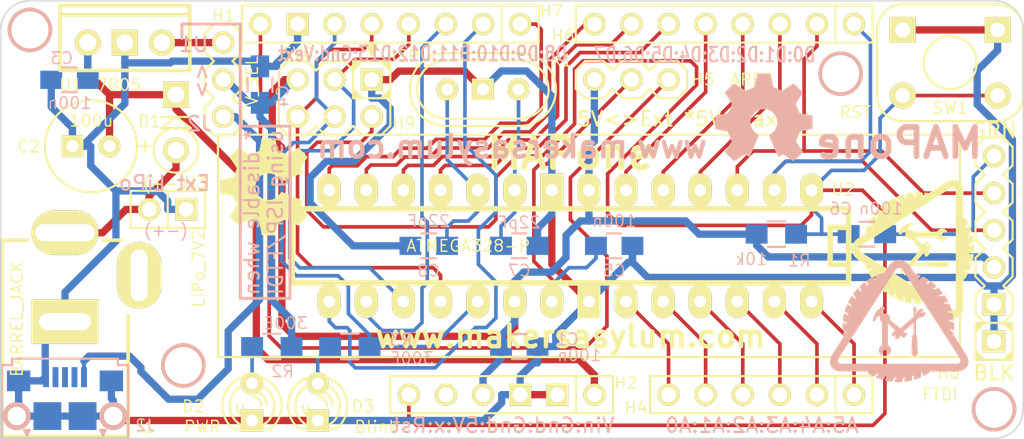
<source format=kicad_pcb>
(kicad_pcb (version 20171130) (host pcbnew "(5.1.12)-1")
  (title_block (title "MAPone - Bare Bones Arduino") (rev v1) (company "Maker's Asylum : www.github.com/MakersAsylumIndia"))
  (layers (0 F.Cu signal) (31 B.Cu signal) (34 B.Paste user hide) (35 F.Paste user hide) (36 B.SilkS user hide) (37 F.SilkS user hide) (38 B.Mask user hide) (39 F.Mask user hide) (44 Edge.Cuts user))
  (net 0 "")
  (net 1 /5V)
  (net 2 GND)
  (net 3 /V_IN)
  (net 4 /RST)
  (net 5 "Net-(C6-Pad2)")
  (net 6 "Net-(D1-Pad1)")
  (net 7 "Net-(D2-Pad1)")
  (net 8 "Net-(D3-Pad1)")
  (net 9 /V_REG)
  (net 10 /V_USB)
  (net 11 /AD0)
  (net 12 /AD1)
  (net 13 /AD2)
  (net 14 /AD3)
  (net 15 /AD4_SDA)
  (net 16 /AD5_SCL)
  (net 17 /AREF)
  (net 18 /RXD)
  (net 19 /TXD)
  (net 20 /PD2)
  (net 21 /PD3_P)
  (net 22 /PD4)
  (net 23 /PD5_P)
  (net 24 /PD6_P)
  (net 25 /PD7)
  (net 26 /PB0)
  (net 27 /PB1_P)
  (net 28 /SS_P)
  (net 29 /MOSI_P)
  (net 30 /MISO)
  (net 31 /SCK)
  (net 32 "Net-(C7-Pad1)")
  (net 33 "Net-(C8-Pad1)")
  (net 34 /Vext)
  (module MAPone.pretty:LM78XXV (layer F.Cu) (at 38.5 32.87 90)
    (fp_text reference U1 (at -2.9 -3.7 180) (layer F.SilkS) (effects (font (size 0.8 0.8) (thickness 0.1))))
    (fp_text value 7805 (at -2.9 -0.4 180) (layer F.SilkS) (effects (font (size 0.8 0.8) (thickness 0.1))))
    (pad VI thru_hole circle (at 0 -2.54 90) (size 1.778 1.778) (drill 1.143) (layers *.Cu *.Mask F.SilkS) (net 3 /V_IN))
    (pad GND thru_hole rect (at 0 0 90) (size 1.778 1.778) (drill 1.143) (layers *.Cu *.Mask F.SilkS) (net 2 GND))
    (pad VO thru_hole circle (at 0 2.54 90) (size 1.778 1.778) (drill 1.143) (layers *.Cu *.Mask F.SilkS) (net 9 /V_REG))
  )
  (module MAPone.pretty:SW-PB (layer F.Cu) (at 95 34.25 270)
    (fp_text reference SW1 (at 3.1 0) (layer F.SilkS) (effects (font (size 0.8 0.8) (thickness 0.1))))
    (fp_text value RST (at 3.4 6.5) (layer F.SilkS) (effects (font (size 0.8 0.8) (thickness 0.1))))
    (pad 1 thru_hole rect (at -2.25 -3.25 270) (size 1.778 1.778) (drill 1.016) (layers *.Cu *.Mask F.SilkS) (net 2 GND))
    (pad 2 thru_hole circle (at 2.25 3.25 270) (size 1.778 1.778) (drill 1.016) (layers *.Cu *.Mask F.SilkS) (net 4 /RST))
    (pad 2 thru_hole circle (at 2.25 -3.25 270) (size 1.778 1.778) (drill 1.016) (layers *.Cu *.Mask F.SilkS) (net 4 /RST))
    (pad 1 thru_hole rect (at -2.25 3.25 270) (size 1.778 1.778) (drill 1.016) (layers *.Cu *.Mask F.SilkS) (net 2 GND))
  )
  (module MAPone.pretty:R_0805_HandSoldering (layer B.Cu) (at 53.9 53.7 180)
    (fp_text reference R3 (at -3.5 0.45 180) (layer B.SilkS) (effects (font (size 0.8 0.8) (thickness 0.1)) (justify mirror)))
    (fp_text value 300E (at -4.25 -0.8 180) (layer B.SilkS) (effects (font (size 0.8 0.8) (thickness 0.1)) (justify mirror)))
    (pad 1 smd rect (at -1.35 0 180) (size 1.5 1.3) (layers B.Cu B.Paste B.Mask) (net 31 /SCK))
    (pad 2 smd rect (at 1.35 0 180) (size 1.5 1.3) (layers B.Cu B.Paste B.Mask) (net 8 "Net-(D3-Pad1)"))
  )
  (module MAPone.pretty:R_0805_HandSoldering (layer B.Cu) (at 48.56 53.7)
    (fp_text reference R2 (at 0.74 1.7) (layer B.SilkS) (effects (font (size 0.8 0.8) (thickness 0.1)) (justify mirror)))
    (fp_text value 300E (at 0.94 -1.6) (layer B.SilkS) (effects (font (size 0.8 0.8) (thickness 0.1)) (justify mirror)))
    (pad 1 smd rect (at -1.35 0) (size 1.5 1.3) (layers B.Cu B.Paste B.Mask) (net 7 "Net-(D2-Pad1)"))
    (pad 2 smd rect (at 1.35 0) (size 1.5 1.3) (layers B.Cu B.Paste B.Mask) (net 1 /5V))
  )
  (module MAPone.pretty:R_0805_HandSoldering (layer B.Cu) (at 83.1 46)
    (fp_text reference R1 (at 1.5698 1.8126) (layer B.SilkS) (effects (font (size 0.8 0.8) (thickness 0.1)) (justify mirror)))
    (fp_text value 10k (at -1.7068 1.711) (layer B.SilkS) (effects (font (size 0.8 0.8) (thickness 0.1)) (justify mirror)))
    (pad 1 smd rect (at -1.35 0) (size 1.5 1.3) (layers B.Cu B.Paste B.Mask) (net 1 /5V))
    (pad 2 smd rect (at 1.35 0) (size 1.5 1.3) (layers B.Cu B.Paste B.Mask) (net 4 /RST))
  )
  (module MAPone.pretty:vite_3mm (layer F.Cu) (at 98 58)
    (fp_text reference P4 hide)
    (fp_text value CONN_1 hide)
    (pad 1 thru_hole circle (at 0 0) (size 3.048 3.048) (drill 2.54) (layers *.Cu *.SilkS *.Mask))
  )
  (module MAPone.pretty:vite_3mm (layer F.Cu) (at 42.5 55)
    (fp_text reference P3 hide)
    (fp_text value CONN_1 hide)
    (pad 1 thru_hole circle (at 0 0) (size 3.048 3.048) (drill 2.54) (layers *.Cu *.SilkS *.Mask))
  )
  (module MAPone.pretty:JACK_ALIM (layer F.Cu) (at 34.4 52 90)
    (fp_text reference J1 (at -7.2 5.5) (layer F.SilkS) (effects (font (size 0.8 0.8) (thickness 0.1))))
    (fp_text value BARREL_JACK (at 0.2 -3.3 270) (layer F.SilkS) (effects (font (size 0.8 0.8) (thickness 0.1))))
    (pad 2 thru_hole rect (at 0 0 90) (size 3.048 4.572) (drill oval 1.1684 3.556) (layers *.Cu *.Mask F.SilkS) (net 2 GND))
    (pad 1 thru_hole oval (at 6.096 0 90) (size 3.048 4.572) (drill oval 1.1684 4.064) (layers *.Cu *.Mask F.SilkS) (net 6 "Net-(D1-Pad1)"))
    (pad 3 thru_hole oval (at 3.175 5.08 90) (size 4.572 3.048) (drill oval 3.556 1.1684) (layers *.Cu *.Mask F.SilkS))
  )
  (module MAPone.pretty:Header_ICSP (layer F.Cu) (at 52.86 36.68)
    (fp_text reference H9 (at 4.74 1.72 180) (layer F.SilkS) (effects (font (size 0.8 0.8) (thickness 0.1))))
    (fp_text value ISP (at 4.84 -2.88 180) (layer F.SilkS) (effects (font (size 0.8 0.8) (thickness 0.1))))
    (fp_text user 5V0 (at -2.53 -3.05) (layer F.SilkS) (effects (font (size 0.8 0.8) (thickness 0.1))))
    (pad 1 thru_hole circle (at -2.54 1.27) (size 1.524 1.524) (drill 1.016) (layers *.Cu *.Mask F.SilkS) (net 30 /MISO))
    (pad 2 thru_hole circle (at -2.54 -1.27) (size 1.524 1.524) (drill 1.016) (layers *.Cu *.Mask F.SilkS) (net 1 /5V))
    (pad 3 thru_hole circle (at 0 1.27) (size 1.524 1.524) (drill 1.016) (layers *.Cu *.Mask F.SilkS) (net 31 /SCK))
    (pad 4 thru_hole circle (at 0 -1.27) (size 1.524 1.524) (drill 1.016) (layers *.Cu *.Mask F.SilkS) (net 29 /MOSI_P))
    (pad 5 thru_hole circle (at 2.54 1.27) (size 1.524 1.524) (drill 1.016) (layers *.Cu *.Mask F.SilkS) (net 4 /RST))
    (pad 6 thru_hole rect (at 2.54 -1.27) (size 1.524 1.524) (drill 1.016) (layers *.Cu *.Mask F.SilkS) (net 2 GND))
  )
  (module MAPone.pretty:Socket_Strip_Straight_1x08 (layer F.Cu) (at 56.67 31.6)
    (fp_text reference H7 (at 11.03 -0.9) (layer F.SilkS) (effects (font (size 0.8 0.8) (thickness 0.1))))
    (fp_text value IO_H hide)
    (pad 1 thru_hole circle (at 8.89 0) (size 1.524 1.524) (drill 1.016) (layers *.Cu *.Mask F.SilkS) (net 26 /PB0))
    (pad 2 thru_hole circle (at 6.35 0) (size 1.524 1.524) (drill 1.016) (layers *.Cu *.Mask F.SilkS) (net 27 /PB1_P))
    (pad 3 thru_hole circle (at 3.81 0) (size 1.524 1.524) (drill 1.016) (layers *.Cu *.Mask F.SilkS) (net 28 /SS_P))
    (pad 4 thru_hole circle (at 1.27 0) (size 1.524 1.524) (drill 1.016) (layers *.Cu *.Mask F.SilkS) (net 29 /MOSI_P))
    (pad 5 thru_hole circle (at -1.27 0) (size 1.524 1.524) (drill 1.016) (layers *.Cu *.Mask F.SilkS) (net 30 /MISO))
    (pad 6 thru_hole circle (at -3.81 0) (size 1.524 1.524) (drill 1.016) (layers *.Cu *.Mask F.SilkS) (net 31 /SCK))
    (pad 7 thru_hole rect (at -6.35 0) (size 1.524 1.524) (drill 1.016) (layers *.Cu *.Mask F.SilkS) (net 2 GND))
    (pad 8 thru_hole circle (at -8.89 0) (size 1.524 1.524) (drill 1.016) (layers *.Cu *.Mask F.SilkS) (net 34 /Vext))
  )
  (module MAPone.pretty:Socket_Strip_Straight_1x08 (layer F.Cu) (at 79.53 31.6)
    (fp_text reference H6 (at -11.03 0.8) (layer F.SilkS) (effects (font (size 0.8 0.8) (thickness 0.1))))
    (fp_text value IO_L hide)
    (pad 1 thru_hole circle (at 8.89 0) (size 1.524 1.524) (drill 1.016) (layers *.Cu *.Mask F.SilkS) (net 18 /RXD))
    (pad 2 thru_hole circle (at 6.35 0) (size 1.524 1.524) (drill 1.016) (layers *.Cu *.Mask F.SilkS) (net 19 /TXD))
    (pad 3 thru_hole circle (at 3.81 0) (size 1.524 1.524) (drill 1.016) (layers *.Cu *.Mask F.SilkS) (net 20 /PD2))
    (pad 4 thru_hole circle (at 1.27 0) (size 1.524 1.524) (drill 1.016) (layers *.Cu *.Mask F.SilkS) (net 21 /PD3_P))
    (pad 5 thru_hole circle (at -1.27 0) (size 1.524 1.524) (drill 1.016) (layers *.Cu *.Mask F.SilkS) (net 22 /PD4))
    (pad 6 thru_hole circle (at -3.81 0) (size 1.524 1.524) (drill 1.016) (layers *.Cu *.Mask F.SilkS) (net 23 /PD5_P))
    (pad 7 thru_hole circle (at -6.35 0) (size 1.524 1.524) (drill 1.016) (layers *.Cu *.Mask F.SilkS) (net 24 /PD6_P))
    (pad 8 thru_hole circle (at -8.89 0) (size 1.524 1.524) (drill 1.016) (layers *.Cu *.Mask F.SilkS) (net 25 /PD7))
  )
  (module MAPone.pretty:Socket_Strip_Straight_1x06 (layer F.Cu) (at 82.07 57)
    (fp_text reference H4 (at -8.57 0.9) (layer F.SilkS) (effects (font (size 0.8 0.8) (thickness 0.1))))
    (fp_text value ANALOG hide)
    (pad 1 thru_hole circle (at 6.35 0) (size 1.524 1.524) (drill 1.016) (layers *.Cu *.Mask F.SilkS) (net 16 /AD5_SCL))
    (pad 2 thru_hole circle (at 3.81 0) (size 1.524 1.524) (drill 1.016) (layers *.Cu *.Mask F.SilkS) (net 15 /AD4_SDA))
    (pad 3 thru_hole circle (at 1.27 0) (size 1.524 1.524) (drill 1.016) (layers *.Cu *.Mask F.SilkS) (net 14 /AD3))
    (pad 4 thru_hole circle (at -1.27 0) (size 1.524 1.524) (drill 1.016) (layers *.Cu *.Mask F.SilkS) (net 13 /AD2))
    (pad 5 thru_hole circle (at -3.81 0) (size 1.524 1.524) (drill 1.016) (layers *.Cu *.Mask F.SilkS) (net 12 /AD1))
    (pad 6 thru_hole circle (at -6.35 0) (size 1.524 1.524) (drill 1.016) (layers *.Cu *.Mask F.SilkS) (net 11 /AD0))
  )
  (module MAPone.pretty:Socket_Strip_Straight_1x06 (layer F.Cu) (at 64.29 57)
    (fp_text reference H2 (at 8.51 -0.8) (layer F.SilkS) (effects (font (size 0.8 0.8) (thickness 0.1))))
    (fp_text value Power hide)
    (pad 1 thru_hole circle (at 6.35 0) (size 1.524 1.524) (drill 1.016) (layers *.Cu *.Mask F.SilkS) (net 3 /V_IN))
    (pad 2 thru_hole rect (at 3.81 0) (size 1.524 1.524) (drill 1.016) (layers *.Cu *.Mask F.SilkS) (net 2 GND))
    (pad 3 thru_hole rect (at 1.27 0) (size 1.524 1.524) (drill 1.016) (layers *.Cu *.Mask F.SilkS) (net 2 GND))
    (pad 4 thru_hole circle (at -1.27 0) (size 1.524 1.524) (drill 1.016) (layers *.Cu *.Mask F.SilkS) (net 1 /5V))
    (pad 5 thru_hole circle (at -3.81 0) (size 1.524 1.524) (drill 1.016) (layers *.Cu *.Mask F.SilkS))
    (pad 6 thru_hole circle (at -6.35 0) (size 1.524 1.524) (drill 1.016) (layers *.Cu *.Mask F.SilkS) (net 4 /RST))
  )
  (module MAPone.pretty:Header_3 (layer F.Cu) (at 45.23 35.41 270)
    (fp_text reference H1 (at -4.39 -0.02 180) (layer F.SilkS) (effects (font (size 0.8 0.8) (thickness 0.1))))
    (fp_text value V_SEL (at 0.09 -1.97 90) (layer F.SilkS) (effects (font (size 0.8 0.8) (thickness 0.1))))
    (pad 1 thru_hole circle (at -2.54 0 270) (size 1.524 1.524) (drill 1.016) (layers *.Cu *.Mask F.SilkS) (net 9 /V_REG))
    (pad 2 thru_hole circle (at 0 0 270) (size 1.524 1.524) (drill 1.016) (layers *.Cu *.Mask F.SilkS) (net 1 /5V))
    (pad 3 thru_hole circle (at 2.54 0 270) (size 1.524 1.524) (drill 1.016) (layers *.Cu *.Mask F.SilkS) (net 10 /V_USB))
  )
  (module MAPone.pretty:LED-3MM (layer F.Cu) (at 51.7 57.5 270)
    (fp_text reference D3 (at 0.3 -3.1) (layer F.SilkS) (effects (font (size 0.8 0.8) (thickness 0.1))))
    (fp_text value Blink (at 1.7 -4) (layer F.SilkS) (effects (font (size 0.8 0.8) (thickness 0.1))))
    (pad 1 thru_hole circle (at -1.27 0 270) (size 1.524 1.524) (drill 0.8128) (layers *.Cu *.Mask F.SilkS) (net 8 "Net-(D3-Pad1)"))
    (pad 2 thru_hole rect (at 1.27 0 270) (size 1.524 1.524) (drill 0.8128) (layers *.Cu *.Mask F.SilkS) (net 2 GND))
  )
  (module MAPone.pretty:LED-3MM (layer F.Cu) (at 47.2 57.5 270)
    (fp_text reference D2 (at 0.3 4) (layer F.SilkS) (effects (font (size 0.8 0.8) (thickness 0.1))))
    (fp_text value PWR (at 1.7 3.4) (layer F.SilkS) (effects (font (size 0.8 0.8) (thickness 0.1))))
    (pad 1 thru_hole circle (at -1.27 0 270) (size 1.524 1.524) (drill 0.8128) (layers *.Cu *.Mask F.SilkS) (net 7 "Net-(D2-Pad1)"))
    (pad 2 thru_hole rect (at 1.27 0 270) (size 1.524 1.524) (drill 0.8128) (layers *.Cu *.Mask F.SilkS) (net 2 GND))
  )
  (module MAPone.pretty:C_0805_HandSoldering (layer B.Cu) (at 59.3 46.8 180)
    (fp_text reference C8 (at 0 -1.7 180) (layer B.SilkS) (effects (font (size 0.8 0.8) (thickness 0.1)) (justify mirror)))
    (fp_text value 22pF (at 0 1.7 180) (layer B.SilkS) (effects (font (size 0.8 0.8) (thickness 0.1)) (justify mirror)))
    (pad 1 smd rect (at -1.25 0 180) (size 1.5 1.25) (layers B.Cu B.Paste B.Mask) (net 33 "Net-(C8-Pad1)"))
    (pad 2 smd rect (at 1.25 0 180) (size 1.5 1.25) (layers B.Cu B.Paste B.Mask) (net 2 GND))
  )
  (module MAPone.pretty:C_0805_HandSoldering (layer B.Cu) (at 65.5 46.8)
    (fp_text reference C7 (at 0 1.7) (layer B.SilkS) (effects (font (size 0.8 0.8) (thickness 0.1)) (justify mirror)))
    (fp_text value 22pF (at 0 -1.6) (layer B.SilkS) (effects (font (size 0.8 0.8) (thickness 0.1)) (justify mirror)))
    (pad 1 smd rect (at -1.25 0) (size 1.5 1.25) (layers B.Cu B.Paste B.Mask) (net 32 "Net-(C7-Pad1)"))
    (pad 2 smd rect (at 1.25 0) (size 1.5 1.25) (layers B.Cu B.Paste B.Mask) (net 2 GND))
  )
  (module MAPone.pretty:C_0805_HandSoldering (layer B.Cu) (at 89.3 46)
    (fp_text reference C6 (at -1.8 -1.75) (layer B.SilkS) (effects (font (size 0.8 0.8) (thickness 0.1)) (justify mirror)))
    (fp_text value 100n (at 0.95 -1.75) (layer B.SilkS) (effects (font (size 0.8 0.8) (thickness 0.1)) (justify mirror)))
    (pad 1 smd rect (at -1.25 0) (size 1.5 1.25) (layers B.Cu B.Paste B.Mask) (net 4 /RST))
    (pad 2 smd rect (at 1.25 0) (size 1.5 1.25) (layers B.Cu B.Paste B.Mask) (net 5 "Net-(C6-Pad2)"))
  )
  (module MAPone.pretty:C_0805_HandSoldering (layer B.Cu) (at 72 46.8)
    (fp_text reference C5 (at 0 1.7) (layer B.SilkS) (effects (font (size 0.8 0.8) (thickness 0.1)) (justify mirror)))
    (fp_text value 100n (at 0 -1.7) (layer B.SilkS) (effects (font (size 0.8 0.8) (thickness 0.1)) (justify mirror)))
    (pad 1 smd rect (at -1.25 0) (size 1.5 1.25) (layers B.Cu B.Paste B.Mask) (net 17 /AREF))
    (pad 2 smd rect (at 1.25 0) (size 1.5 1.25) (layers B.Cu B.Paste B.Mask) (net 2 GND))
  )
  (module MAPone.pretty:C_0805_HandSoldering (layer B.Cu) (at 47.75 35.75 90)
    (fp_text reference C4 (at -0.79 1.55 270) (layer B.SilkS) (effects (font (size 0.8 0.8) (thickness 0.1)) (justify mirror)))
    (fp_text value 100n hide)
    (pad 1 smd rect (at -1.25 0 90) (size 1.5 1.25) (layers B.Cu B.Paste B.Mask) (net 1 /5V))
    (pad 2 smd rect (at 1.25 0 90) (size 1.5 1.25) (layers B.Cu B.Paste B.Mask) (net 2 GND))
  )
  (module MAPone.pretty:C_0805_HandSoldering (layer B.Cu) (at 34.71 35.42)
    (fp_text reference C3 (at -0.53 -1.48 180) (layer B.SilkS) (effects (font (size 0.8 0.8) (thickness 0.1)) (justify mirror)))
    (fp_text value 100n (at 0 1.59 180) (layer B.SilkS) (effects (font (size 0.8 0.8) (thickness 0.1)) (justify mirror)))
    (pad 1 smd rect (at -1.25 0) (size 1.5 1.25) (layers B.Cu B.Paste B.Mask) (net 2 GND))
    (pad 2 smd rect (at 1.25 0) (size 1.5 1.25) (layers B.Cu B.Paste B.Mask) (net 3 /V_IN))
  )
  (module MAPone.pretty:C_0805_HandSoldering (layer B.Cu) (at 65.5 53.7)
    (fp_text reference C1 (at 3.3 -0.5) (layer B.SilkS) (effects (font (size 0.8 0.8) (thickness 0.1)) (justify mirror)))
    (fp_text value 100n (at 4.1 0.6) (layer B.SilkS) (effects (font (size 0.8 0.8) (thickness 0.1)) (justify mirror)))
    (pad 1 smd rect (at -1.25 0) (size 1.5 1.25) (layers B.Cu B.Paste B.Mask) (net 1 /5V))
    (pad 2 smd rect (at 1.25 0) (size 1.5 1.25) (layers B.Cu B.Paste B.Mask) (net 2 GND))
  )
  (module MAPone.pretty:DIP-28__300_ELL_ZIF (layer F.Cu) (at 69 46.8 180)
    (fp_text reference U2 (at -18.667 3.8642 180) (layer F.SilkS) (effects (font (size 0.8 0.8) (thickness 0.1))))
    (fp_text value ATMEGA328-P (at 6.985 0 180) (layer F.SilkS) (effects (font (size 0.8 0.8) (thickness 0.1))))
    (pad 2 thru_hole oval (at -13.97 3.81 180) (size 1.5748 2.286) (drill 0.8128) (layers *.Cu *.Mask F.SilkS) (net 18 /RXD))
    (pad 3 thru_hole oval (at -11.43 3.81 180) (size 1.5748 2.286) (drill 0.8128) (layers *.Cu *.Mask F.SilkS) (net 19 /TXD))
    (pad 4 thru_hole oval (at -8.89 3.81 180) (size 1.5748 2.286) (drill 0.8128) (layers *.Cu *.Mask F.SilkS) (net 20 /PD2))
    (pad 5 thru_hole oval (at -6.35 3.81 180) (size 1.5748 2.286) (drill 0.8128) (layers *.Cu *.Mask F.SilkS) (net 21 /PD3_P))
    (pad 6 thru_hole oval (at -3.81 3.81 180) (size 1.5748 2.286) (drill 0.8128) (layers *.Cu *.Mask F.SilkS) (net 22 /PD4))
    (pad 7 thru_hole oval (at -1.27 3.81 180) (size 1.5748 2.286) (drill 0.8128) (layers *.Cu *.Mask F.SilkS) (net 1 /5V))
    (pad 8 thru_hole rect (at 1.27 3.81 180) (size 1.5748 2.286) (drill 0.8128) (layers *.Cu *.Mask F.SilkS) (net 2 GND))
    (pad 9 thru_hole oval (at 3.81 3.81 180) (size 1.5748 2.286) (drill 0.8128) (layers *.Cu *.Mask F.SilkS) (net 32 "Net-(C7-Pad1)"))
    (pad 10 thru_hole oval (at 6.35 3.81 180) (size 1.5748 2.286) (drill 0.8128) (layers *.Cu *.Mask F.SilkS) (net 33 "Net-(C8-Pad1)"))
    (pad 11 thru_hole oval (at 8.89 3.81 180) (size 1.5748 2.286) (drill 0.8128) (layers *.Cu *.Mask F.SilkS) (net 23 /PD5_P))
    (pad 12 thru_hole oval (at 11.43 3.81 180) (size 1.5748 2.286) (drill 0.8128) (layers *.Cu *.Mask F.SilkS) (net 24 /PD6_P))
    (pad 13 thru_hole oval (at 13.97 3.81 180) (size 1.5748 2.286) (drill 0.8128) (layers *.Cu *.Mask F.SilkS) (net 25 /PD7))
    (pad 14 thru_hole oval (at 16.51 3.81 180) (size 1.5748 2.286) (drill 0.8128) (layers *.Cu *.Mask F.SilkS) (net 26 /PB0))
    (pad 1 thru_hole oval (at -16.51 3.81 180) (size 1.5748 2.286) (drill 0.8128) (layers *.Cu *.Mask F.SilkS) (net 4 /RST))
    (pad 15 thru_hole oval (at 16.51 -3.81 180) (size 1.5748 2.286) (drill 0.8128) (layers *.Cu *.Mask F.SilkS) (net 27 /PB1_P))
    (pad 16 thru_hole oval (at 13.97 -3.81 180) (size 1.5748 2.286) (drill 0.8128) (layers *.Cu *.Mask F.SilkS) (net 28 /SS_P))
    (pad 17 thru_hole oval (at 11.43 -3.81 180) (size 1.5748 2.286) (drill 0.8128) (layers *.Cu *.Mask F.SilkS) (net 29 /MOSI_P))
    (pad 18 thru_hole oval (at 8.89 -3.81 180) (size 1.5748 2.286) (drill 0.8128) (layers *.Cu *.Mask F.SilkS) (net 30 /MISO))
    (pad 19 thru_hole oval (at 6.35 -3.81 180) (size 1.5748 2.286) (drill 0.8128) (layers *.Cu *.Mask F.SilkS) (net 31 /SCK))
    (pad 20 thru_hole oval (at 3.81 -3.81 180) (size 1.5748 2.286) (drill 0.8128) (layers *.Cu *.Mask F.SilkS) (net 1 /5V))
    (pad 21 thru_hole oval (at 1.27 -3.81 180) (size 1.5748 2.286) (drill 0.8128) (layers *.Cu *.Mask F.SilkS) (net 17 /AREF))
    (pad 22 thru_hole rect (at -1.27 -3.81 180) (size 1.5748 2.286) (drill 0.8128) (layers *.Cu *.Mask F.SilkS) (net 2 GND))
    (pad 23 thru_hole oval (at -3.81 -3.81 180) (size 1.5748 2.286) (drill 0.8128) (layers *.Cu *.Mask F.SilkS) (net 11 /AD0))
    (pad 24 thru_hole oval (at -6.35 -3.81 180) (size 1.5748 2.286) (drill 0.8128) (layers *.Cu *.Mask F.SilkS) (net 12 /AD1))
    (pad 25 thru_hole oval (at -8.89 -3.81 180) (size 1.5748 2.286) (drill 0.8128) (layers *.Cu *.Mask F.SilkS) (net 13 /AD2))
    (pad 26 thru_hole oval (at -11.43 -3.81 180) (size 1.5748 2.286) (drill 0.8128) (layers *.Cu *.Mask F.SilkS) (net 14 /AD3))
    (pad 27 thru_hole oval (at -13.97 -3.81 180) (size 1.5748 2.286) (drill 0.8128) (layers *.Cu *.Mask F.SilkS) (net 15 /AD4_SDA))
    (pad 28 thru_hole oval (at -16.51 -3.81 180) (size 1.5748 2.286) (drill 0.8128) (layers *.Cu *.Mask F.SilkS) (net 16 /AD5_SCL))
  )
  (module MAPone.pretty:Header_FTDI (layer F.Cu) (at 98 47 90)
    (fp_text reference H8 (at -8.5 -3.1 180) (layer F.SilkS) (effects (font (size 0.8 0.8) (thickness 0.1))))
    (fp_text value FTDI (at -10 -3.7 180) (layer F.SilkS) (effects (font (size 0.8 0.8) (thickness 0.1))))
    (fp_text user GRN (at 8.1 0 180) (layer F.SilkS))
    (fp_text user BLK (at -8.5 0 180) (layer F.SilkS))
    (pad 1 thru_hole rect (at -6.35 0 90) (size 1.524 1.524) (drill 1.016) (layers *.Cu *.Mask F.SilkS) (net 2 GND))
    (pad 2 thru_hole rect (at -3.81 0 90) (size 1.524 1.524) (drill 1.016) (layers *.Cu *.Mask F.SilkS) (net 2 GND))
    (pad 3 thru_hole circle (at -1.27 0 90) (size 1.524 1.524) (drill 1.016) (layers *.Cu *.Mask F.SilkS) (net 1 /5V))
    (pad 4 thru_hole circle (at 1.27 0 90) (size 1.524 1.524) (drill 1.016) (layers *.Cu *.Mask F.SilkS) (net 18 /RXD))
    (pad 5 thru_hole circle (at 3.81 0 90) (size 1.524 1.524) (drill 1.016) (layers *.Cu *.Mask F.SilkS) (net 19 /TXD))
    (pad 6 thru_hole circle (at 6.35 0 90) (size 1.524 1.524) (drill 1.016) (layers *.Cu *.Mask F.SilkS) (net 5 "Net-(C6-Pad2)"))
  )
  (module MAPone.pretty:USB_B_Micro (layer B.Cu) (at 34.4 55.8 90)
    (fp_text reference J2 (at -3.3 5.5 180) (layer B.SilkS) (effects (font (size 0.8 0.8) (thickness 0.1)) (justify mirror)))
    (fp_text value USB-Micro hide)
    (pad 3 smd rect (at 0 0 90) (size 1.3716 0.4064) (layers B.Cu B.Paste B.Mask) (clearance 0.2032))
    (pad 4 smd rect (at 0 -0.65024 90) (size 1.3716 0.4064) (layers B.Cu B.Paste B.Mask) (clearance 0.2032))
    (pad 5 smd rect (at 0 -1.30048 90) (size 1.3716 0.4064) (layers B.Cu B.Paste B.Mask) (net 2 GND) (clearance 0.2032))
    (pad 2 smd rect (at 0 0.65024 90) (size 1.3716 0.4064) (layers B.Cu B.Paste B.Mask) (clearance 0.2032))
    (pad 1 smd rect (at 0 1.30048 90) (size 1.3716 0.4064) (layers B.Cu B.Paste B.Mask) (net 10 /V_USB) (clearance 0.2032))
    (pad T1 smd rect (at -0.254 3.175 90) (size 1.4224 1.6002) (layers B.Cu B.Paste B.Mask) (net 2 GND))
    (pad T2 smd rect (at -0.254 -3.175 90) (size 1.4224 1.6002) (layers B.Cu B.Paste B.Mask) (net 2 GND))
    (pad T3 smd rect (at -2.667 1.2065 90) (size 1.905 1.905) (layers B.Cu B.Paste B.Mask) (net 2 GND) (clearance 0.2032))
    (pad T4 smd rect (at -2.667 -1.2065 90) (size 1.905 1.905) (layers B.Cu B.Paste B.Mask) (net 2 GND) (clearance 0.2032))
    (pad T5 thru_hole circle (at -2.667 3.302 90) (size 1.905 1.905) (drill 1.27) (layers *.Cu *.Paste *.Mask B.SilkS) (net 2 GND) (clearance 0.2032))
    (pad T6 thru_hole circle (at -2.667 -3.302 90) (size 1.905 1.905) (drill 1.27) (layers *.Cu *.Paste *.Mask B.SilkS) (net 2 GND) (clearance 0.2032))
  )
  (module MAPone.pretty:Crystal_HC49-U_Vertical_3Pin (layer F.Cu) (at 63.01 36.08 180)
    (fp_text reference X1 (at -5.39 1.98 180) (layer F.SilkS) (effects (font (size 0.8 0.8) (thickness 0.1))))
    (fp_text value 16MHz hide)
    (pad 1 thru_hole circle (at -2.44094 0 180) (size 1.50114 1.50114) (drill 0.8128) (layers *.Cu *.Mask F.SilkS) (net 32 "Net-(C7-Pad1)"))
    (pad 2 thru_hole circle (at 2.44094 0 180) (size 1.50114 1.50114) (drill 0.8128) (layers *.Cu *.Mask F.SilkS) (net 33 "Net-(C8-Pad1)"))
    (pad 3 thru_hole rect (at 0 0 180) (size 1.50114 1.50114) (drill 0.8128) (layers *.Cu *.Mask F.SilkS) (net 2 GND))
  )
  (module MAPone.pretty:Diode_DO-41_SOD81_Vertical_KathodeUp (layer F.Cu) (at 42 38.25 90)
    (fp_text reference D1 (at -0.02 -1.82 180) (layer F.SilkS) (effects (font (size 0.8 0.8) (thickness 0.1))))
    (fp_text value 1N4007 hide)
    (pad 1 thru_hole circle (at -2 0 90) (size 1.778 1.778) (drill 1.143) (layers *.Cu *.Mask F.SilkS) (net 6 "Net-(D1-Pad1)"))
    (pad 2 thru_hole rect (at 1.81 0 90) (size 1.778 1.778) (drill 1.143) (layers *.Cu *.Mask F.SilkS) (net 3 /V_IN))
  )
  (module MAPone.pretty:vite_3mm (layer F.Cu) (at 32 32)
    (fp_text reference P1 hide)
    (fp_text value CONN_1 hide)
    (pad 1 thru_hole circle (at 0 0) (size 3.048 3.048) (drill 2.54) (layers *.Cu *.SilkS *.Mask))
  )
  (module MAPone.pretty:vite_3mm (layer F.Cu) (at 87.5 35)
    (fp_text reference P2 hide)
    (fp_text value CONN_1 hide)
    (pad 1 thru_hole circle (at 0 0) (size 3.048 3.048) (drill 2.54) (layers *.Cu *.SilkS *.Mask))
  )
  (module MAPone.pretty:Header_A_REF (layer F.Cu) (at 73.18 35.41)
    (fp_text reference H5 (at 4.9 0 180) (layer F.SilkS) (effects (font (size 0.8 0.8) (thickness 0.1))))
    (fp_text value AREF (at 8.2 0 180) (layer F.SilkS) (effects (font (size 0.8 0.8) (thickness 0.1))))
    (pad 1 thru_hole circle (at -2.54 0) (size 1.524 1.524) (drill 1.016) (layers *.Cu *.Mask F.SilkS) (net 1 /5V))
    (pad 2 thru_hole circle (at 0 0) (size 1.524 1.524) (drill 1.016) (layers *.Cu *.Mask F.SilkS) (net 17 /AREF))
    (pad 3 thru_hole circle (at 2.54 0) (size 1.524 1.524) (drill 1.016) (layers *.Cu *.Mask F.SilkS) (net 34 /Vext))
  )
  (module MAPone.pretty:MA_Logo2 (layer F.Cu) (at 92.5 47 90)
    (fp_text reference Z2 hide)
    (fp_text value CONN_1 hide)
  )
  (module MAPone.pretty:Elko_vert_11.2x6.3mm_RM2.5 (layer F.Cu) (at 37.45 39.97 180)
    (fp_text reference C2 (at 5.55 -0.03) (layer F.SilkS) (effects (font (size 0.8 0.8) (thickness 0.1))))
    (fp_text value 100u (at 1.25 1.75) (layer F.SilkS) (effects (font (size 0.8 0.8) (thickness 0.1))))
    (fp_text user + (at -2.45 0.07 180) (layer F.SilkS))
    (pad 2 thru_hole rect (at 2.54 0 180) (size 1.50114 1.50114) (drill 0.8128) (layers *.Cu *.Mask F.SilkS) (net 2 GND))
    (pad 1 thru_hole circle (at 0 0 180) (size 1.50114 1.50114) (drill 0.8128) (layers *.Cu *.Mask F.SilkS) (net 3 /V_IN))
  )
  (module MAPone:OSHW_6mm (layer B.Cu) (at 82.25 38 180)
    (fp_text reference Z6 hide)
    (fp_text value CONN_1 hide)
  )
  (module MAPone:OSHW_6mm (layer F.Cu) (at 48 42.75 90)
    (fp_text reference Z7 hide)
    (fp_text value CONN_1 hide)
  )
  (module MAPone.pretty:Pin_Header_Straight_1x02 (layer F.Cu) (at 41.43 44.3 180)
    (fp_text reference H3 (at -1.92 1.83) (layer F.SilkS) (effects (font (size 0.8 0.8) (thickness 0.1))))
    (fp_text value LiPo_7V2 (at -2.12 -4.05 270) (layer F.SilkS) (effects (font (size 0.8 0.8) (thickness 0.1))))
    (pad 1 thru_hole rect (at -1.27 0 180) (size 1.524 1.524) (drill 1.016) (layers *.Cu *.Mask F.SilkS) (net 2 GND))
    (pad 2 thru_hole circle (at 1.27 0 180) (size 1.524 1.524) (drill 1.016) (layers *.Cu *.Mask F.SilkS) (net 6 "Net-(D1-Pad1)"))
  )
  (module MAPone.pretty:MA_Logo2 (layer B.Cu) (at 91.5 52 180)
    (fp_text reference Z1 hide)
    (fp_text value CONN_1 hide)
  )
  (gr_line (start 49.8 38.6) (end 46.5 38.6) (angle 90) (layer B.SilkS) (width 0.2))
  (gr_line (start 49.8 50.4) (end 49.8 38.6) (angle 90) (layer B.SilkS) (width 0.2))
  (gr_line (start 46.4 50.4) (end 49.8 50.4) (angle 90) (layer B.SilkS) (width 0.2))
  (gr_line (start 42.4 31.6) (end 42.4 32.6) (angle 90) (layer B.SilkS) (width 0.2))
  (gr_line (start 46.4 31.6) (end 42.4 31.6) (angle 90) (layer B.SilkS) (width 0.2))
  (gr_line (start 46.4 50.4) (end 46.4 31.6) (angle 90) (layer B.SilkS) (width 0.2))
  (gr_line (start 100 58) (end 100 32) (angle 90) (layer Edge.Cuts) (width 0.1))
  (gr_line (start 30 60) (end 30 32) (angle 90) (layer Edge.Cuts) (width 0.1))
  (gr_line (start 98 60) (end 30 60) (angle 90) (layer Edge.Cuts) (width 0.1))
  (gr_line (start 32 30) (end 98 30) (angle 90) (layer Edge.Cuts) (width 0.1))
  (gr_text "* disable when\nusing ISP/FTDI" (at 48 44.5 90) (layer B.SilkS) (effects (font (size 1 1)) (justify mirror)))
  (gr_text "Ext LiPo" (at 41.21 42.5) (layer B.SilkS) (effects (font (size 1 1)) (justify mirror)))
  (gr_text "(-+)" (at 41.31 45.74) (layer B.SilkS) (effects (font (size 0.8 0.8) (thickness 0.1)) (justify mirror)))
  (gr_text "(-+)" (at 41.24 42.63 180) (layer F.SilkS) (effects (font (size 0.8 0.8) (thickness 0.1))))
  (gr_text www.makersasylum.com (at 69 53) (layer F.SilkS) (effects (font (size 1.5 1.5) (thickness 0.3))))
  (gr_text MAPone (at 69 40.5) (layer F.SilkS) (effects (font (size 2 2) (thickness 0.4))))
  (gr_text www.makersasylum.com (at 65 40) (layer B.SilkS) (effects (font (size 1.5 1.5) (thickness 0.3)) (justify mirror)))
  (gr_text MAPone (at 91.5 39.75) (layer B.SilkS) (effects (font (size 2 2) (thickness 0.4)) (justify mirror)))
  (gr_text D8:D9:D10:D11:D12:D13:Gnd:Vext (at 58.88 33.63) (layer B.SilkS) (effects (font (size 1 0.8)) (justify mirror)))
  (gr_text D0:D1:D2:D3:D4:D5:D6:D7 (at 78.2 33.7) (layer B.SilkS) (effects (font (size 1 0.8)) (justify mirror)))
  (gr_text Vin:Gnd:Gnd:5V:x:Rst (at 64.4 59.1) (layer B.SilkS) (effects (font (size 1 1)) (justify mirror)))
  (gr_text A5:A4:A3:A2:A1:A0 (at 82.1 59.1) (layer B.SilkS) (effects (font (size 1 1)) (justify mirror)))
  (gr_text <> (at 43.72 35.47 90) (layer B.SilkS) (effects (font (size 1 1)) (justify mirror)))
  (gr_text J2 (at 43.61 38.43) (layer B.SilkS) (effects (font (size 1 1)) (justify mirror)))
  (gr_text U1 (at 43.2 33) (layer B.SilkS) (effects (font (size 1 1)) (justify mirror)))
  (gr_text "5V<>Ext *5V max" (at 76.3 38.1) (layer F.SilkS) (effects (font (size 1 1))))
  (gr_arc (start 98 32) (end 98 30) (angle 90) (layer Edge.Cuts) (width 0.1))
  (gr_arc (start 98 58) (end 100 58) (angle 90) (layer Edge.Cuts) (width 0.1))
  (gr_arc (start 32 32) (end 30 32) (angle 90) (layer Edge.Cuts) (width 0.1))
  (segment (start 64.25 53.1968) (end 64.25 52.95) (width 0.5) (layer B.Cu) (net 1))
  (segment (start 64.25 52.95) (end 65.19 52.01) (width 0.5) (layer B.Cu) (net 1))
  (segment (start 65.19 52.01) (end 65.19 50.61) (width 0.5) (layer B.Cu) (net 1))
  (segment (start 64.25 53.7) (end 64.25 53.1968) (width 0.5) (layer B.Cu) (net 1))
  (segment (start 81.75 46.376) (end 81.75 46.76) (width 0.5) (layer B.Cu) (net 1))
  (segment (start 81.75 46.76) (end 82.55 47.56) (width 0.5) (layer B.Cu) (net 1))
  (segment (start 82.55 47.56) (end 97.29 47.56) (width 0.5) (layer B.Cu) (net 1))
  (segment (start 97.29 47.56) (end 98 48.27) (width 0.5) (layer B.Cu) (net 1))
  (segment (start 81.75 46) (end 81.75 46.376) (width 0.5) (layer B.Cu) (net 1))
  (segment (start 70.27 45.0922) (end 70.27 42.99) (width 0.5) (layer B.Cu) (net 1))
  (segment (start 81.75 46) (end 77.8 46) (width 0.5) (layer B.Cu) (net 1))
  (segment (start 77.8 46) (end 76.8921 45.0922) (width 0.5) (layer B.Cu) (net 1))
  (segment (start 76.8921 45.0922) (end 70.27 45.0922) (width 0.5) (layer B.Cu) (net 1))
  (segment (start 47.75 37) (end 47.75 37.99) (width 0.5) (layer B.Cu) (net 1))
  (segment (start 47.75 37.99) (end 48.55 38.79) (width 0.5) (layer B.Cu) (net 1))
  (segment (start 48.55 38.79) (end 48.55 50.51) (width 0.5) (layer B.Cu) (net 1))
  (segment (start 48.55 50.51) (end 49.91 51.87) (width 0.5) (layer B.Cu) (net 1))
  (segment (start 49.91 51.87) (end 49.91 53.7) (width 0.5) (layer B.Cu) (net 1))
  (segment (start 45.23 35.41) (end 45.41 35.41) (width 0.5) (layer B.Cu) (net 1))
  (segment (start 45.41 35.41) (end 47 37) (width 0.5) (layer B.Cu) (net 1))
  (segment (start 47 37) (end 47.75 37) (width 0.5) (layer B.Cu) (net 1))
  (segment (start 50.32 35.41) (end 50.09 35.41) (width 0.5) (layer B.Cu) (net 1))
  (segment (start 50.09 35.41) (end 48.5 37) (width 0.5) (layer B.Cu) (net 1))
  (segment (start 48.5 37) (end 47.75 37) (width 0.5) (layer B.Cu) (net 1))
  (segment (start 65.19 50.61) (end 65.19 52.41) (width 0.5) (layer F.Cu) (net 1))
  (segment (start 65.19 52.41) (end 64.6 53) (width 0.5) (layer F.Cu) (net 1))
  (segment (start 64.6 53) (end 50.1 53) (width 0.5) (layer F.Cu) (net 1))
  (segment (start 50.1 53) (end 49.25 52.15) (width 0.5) (layer F.Cu) (net 1))
  (segment (start 49.25 52.15) (end 49.25 40.07) (width 0.5) (layer F.Cu) (net 1))
  (segment (start 49.25 40.07) (end 48.59 39.41) (width 0.5) (layer F.Cu) (net 1))
  (segment (start 48.59 39.41) (end 48.59 36.25) (width 0.5) (layer F.Cu) (net 1))
  (segment (start 48.59 36.25) (end 49.43 35.41) (width 0.5) (layer F.Cu) (net 1))
  (segment (start 49.43 35.41) (end 50.32 35.41) (width 0.5) (layer F.Cu) (net 1))
  (segment (start 70.27 42.99) (end 70.27 39.9922) (width 0.5) (layer B.Cu) (net 1))
  (segment (start 70.27 39.9922) (end 70.64 39.6222) (width 0.5) (layer B.Cu) (net 1))
  (segment (start 70.64 39.6222) (end 70.64 35.41) (width 0.5) (layer B.Cu) (net 1))
  (segment (start 64.25 53.7) (end 64.25 54.54) (width 0.5) (layer B.Cu) (net 1))
  (segment (start 64.25 54.54) (end 63.02 55.77) (width 0.5) (layer B.Cu) (net 1))
  (segment (start 63.02 55.77) (end 63.02 57) (width 0.5) (layer B.Cu) (net 1))
  (segment (start 70.27 45.0922) (end 69.6921 45.0922) (width 0.5) (layer B.Cu) (net 1))
  (segment (start 69.6921 45.0922) (end 68.7 46.0843) (width 0.5) (layer B.Cu) (net 1))
  (segment (start 68.7 46.0843) (end 68.7 47.6) (width 0.5) (layer B.Cu) (net 1))
  (segment (start 68.7 47.6) (end 67.7 48.6) (width 0.5) (layer B.Cu) (net 1))
  (segment (start 67.7 48.6) (end 65.8 48.6) (width 0.5) (layer B.Cu) (net 1))
  (segment (start 65.8 48.6) (end 65.19 49.21) (width 0.5) (layer B.Cu) (net 1))
  (segment (start 65.19 49.21) (end 65.19 50.61) (width 0.5) (layer B.Cu) (net 1))
  (segment (start 70.85 35.62) (end 70.64 35.41) (width 0.5) (layer B.Cu) (net 1))
  (segment (start 81.75 46) (end 81.75 46.376) (width 0.5) (layer B.Cu) (net 1))
  (segment (start 64.25 53.1968) (end 64.25 53.7) (width 0.5) (layer B.Cu) (net 1))
  (segment (start 98 50.81) (end 98 49.5479) (width 0.5) (layer B.Cu) (net 2))
  (segment (start 31.225 56.054) (end 31.225 56.2356) (width 0.5) (layer B.Cu) (net 2))
  (segment (start 34.4 52) (end 34.4 49.9759) (width 0.5) (layer B.Cu) (net 2))
  (segment (start 37.8875 43.0371) (end 37.8875 46.4884) (width 0.5) (layer B.Cu) (net 2))
  (segment (start 37.8875 46.4884) (end 34.4 49.9759) (width 0.5) (layer B.Cu) (net 2))
  (segment (start 36.1607 39.97) (end 36.1607 41.3103) (width 0.5) (layer B.Cu) (net 2))
  (segment (start 36.1607 41.3103) (end 37.8875 43.0371) (width 0.5) (layer B.Cu) (net 2))
  (segment (start 41.4379 44.3) (end 41.4379 43.7478) (width 0.5) (layer B.Cu) (net 2))
  (segment (start 41.4379 43.7478) (end 40.7272 43.0371) (width 0.5) (layer B.Cu) (net 2))
  (segment (start 40.7272 43.0371) (end 37.8875 43.0371) (width 0.5) (layer B.Cu) (net 2))
  (segment (start 98.25 32) (end 98.25 33.3891) (width 0.5) (layer B.Cu) (net 2))
  (segment (start 98.25 33.3891) (end 96.8495 34.7896) (width 0.5) (layer B.Cu) (net 2))
  (segment (start 96.8495 34.7896) (end 96.8495 37.113) (width 0.5) (layer B.Cu) (net 2))
  (segment (start 96.8495 37.113) (end 99.2621 39.5256) (width 0.5) (layer B.Cu) (net 2))
  (segment (start 99.2621 39.5256) (end 99.2621 48.838) (width 0.5) (layer B.Cu) (net 2))
  (segment (start 99.2621 48.838) (end 98.5522 49.5479) (width 0.5) (layer B.Cu) (net 2))
  (segment (start 98.5522 49.5479) (end 98 49.5479) (width 0.5) (layer B.Cu) (net 2))
  (segment (start 91.75 32) (end 98.25 32) (width 0.5) (layer F.Cu) (net 2))
  (segment (start 67.73 42.99) (end 67.73 48.07) (width 0.5) (layer F.Cu) (net 2))
  (segment (start 67.73 48.07) (end 70.27 50.61) (width 0.5) (layer F.Cu) (net 2))
  (segment (start 38.5 34.2592) (end 38.5 32.87) (width 0.5) (layer B.Cu) (net 2))
  (segment (start 35.5791 39.97) (end 38.5 37.0491) (width 0.5) (layer B.Cu) (net 2))
  (segment (start 38.5 37.0491) (end 38.5 34.2592) (width 0.5) (layer B.Cu) (net 2))
  (segment (start 48.3126 34.5) (end 47.9526 34.14) (width 0.5) (layer B.Cu) (net 2))
  (segment (start 47.9526 34.14) (end 41.7346 34.14) (width 0.5) (layer B.Cu) (net 2))
  (segment (start 41.7346 34.14) (end 41.6154 34.2592) (width 0.5) (layer B.Cu) (net 2))
  (segment (start 41.6154 34.2592) (end 38.5 34.2592) (width 0.5) (layer B.Cu) (net 2))
  (segment (start 48.3126 34.5) (end 48.8751 34.5) (width 0.5) (layer B.Cu) (net 2))
  (segment (start 47.75 34.5) (end 48.3126 34.5) (width 0.5) (layer B.Cu) (net 2))
  (segment (start 65.56 57) (end 64.2979 57) (width 0.5) (layer B.Cu) (net 2))
  (segment (start 64.2979 57) (end 64.2979 57.5522) (width 0.5) (layer B.Cu) (net 2))
  (segment (start 64.2979 57.5522) (end 63.0801 58.77) (width 0.5) (layer B.Cu) (net 2))
  (segment (start 63.0801 58.77) (end 51.7 58.77) (width 0.5) (layer B.Cu) (net 2))
  (segment (start 65.56 56.3689) (end 65.56 57) (width 0.5) (layer B.Cu) (net 2))
  (segment (start 65.56 56.3689) (end 65.56 55.7379) (width 0.5) (layer B.Cu) (net 2))
  (segment (start 65.56 57) (end 68.1 57) (width 0.5) (layer F.Cu) (net 2))
  (segment (start 47.2 58.77) (end 38.005 58.77) (width 0.5) (layer F.Cu) (net 2))
  (segment (start 38.005 58.77) (end 37.702 58.467) (width 0.5) (layer F.Cu) (net 2))
  (segment (start 51.7 58.77) (end 47.2 58.77) (width 0.5) (layer F.Cu) (net 2))
  (segment (start 55.4 35.41) (end 55.4 36.6721) (width 0.5) (layer B.Cu) (net 2))
  (segment (start 58.05 46.8) (end 54.1199 46.8) (width 0.5) (layer B.Cu) (net 2))
  (segment (start 54.1199 46.8) (end 51.1832 43.8633) (width 0.5) (layer B.Cu) (net 2))
  (segment (start 51.1832 43.8633) (end 51.1832 42.1183) (width 0.5) (layer B.Cu) (net 2))
  (segment (start 51.1832 42.1183) (end 52.2923 41.0092) (width 0.5) (layer B.Cu) (net 2))
  (segment (start 52.2923 41.0092) (end 54.1746 41.0092) (width 0.5) (layer B.Cu) (net 2))
  (segment (start 54.1746 41.0092) (end 56.6621 38.5217) (width 0.5) (layer B.Cu) (net 2))
  (segment (start 56.6621 38.5217) (end 56.6621 37.382) (width 0.5) (layer B.Cu) (net 2))
  (segment (start 56.6621 37.382) (end 55.9522 36.6721) (width 0.5) (layer B.Cu) (net 2))
  (segment (start 55.9522 36.6721) (end 55.4 36.6721) (width 0.5) (layer B.Cu) (net 2))
  (segment (start 67.73 42.99) (end 67.73 36.5497) (width 0.5) (layer B.Cu) (net 2))
  (segment (start 67.73 36.5497) (end 65.9966 34.8163) (width 0.5) (layer B.Cu) (net 2))
  (segment (start 65.9966 34.8163) (end 64.2737 34.8163) (width 0.5) (layer B.Cu) (net 2))
  (segment (start 64.2737 34.8163) (end 63.01 36.08) (width 0.5) (layer B.Cu) (net 2))
  (segment (start 67.73 43.437) (end 67.73 42.99) (width 0.5) (layer B.Cu) (net 2))
  (segment (start 67.73 43.437) (end 67.73 44.6331) (width 0.5) (layer B.Cu) (net 2))
  (segment (start 66.75 53.7) (end 68.0001 53.7) (width 0.5) (layer B.Cu) (net 2))
  (segment (start 70.27 50.61) (end 68.0001 52.8799) (width 0.5) (layer B.Cu) (net 2))
  (segment (start 68.0001 52.8799) (end 68.0001 53.7) (width 0.5) (layer B.Cu) (net 2))
  (segment (start 73.25 47.9251) (end 72.9549 47.9251) (width 0.5) (layer B.Cu) (net 2))
  (segment (start 72.9549 47.9251) (end 70.27 50.61) (width 0.5) (layer B.Cu) (net 2))
  (segment (start 50.32 31.6) (end 50.32 32.8621) (width 0.5) (layer B.Cu) (net 2))
  (segment (start 48.8751 34.5) (end 48.8751 34.307) (width 0.5) (layer B.Cu) (net 2))
  (segment (start 48.8751 34.307) (end 50.32 32.8621) (width 0.5) (layer B.Cu) (net 2))
  (segment (start 35.5791 39.97) (end 36.1607 39.97) (width 0.5) (layer B.Cu) (net 2))
  (segment (start 34.9975 39.97) (end 35.5791 39.97) (width 0.5) (layer B.Cu) (net 2))
  (segment (start 66.75 53.7) (end 66.75 54.8251) (width 0.5) (layer B.Cu) (net 2))
  (segment (start 66.75 54.8251) (end 66.4728 54.8251) (width 0.5) (layer B.Cu) (net 2))
  (segment (start 66.4728 54.8251) (end 65.56 55.7379) (width 0.5) (layer B.Cu) (net 2))
  (segment (start 67.73 44.6331) (end 66.75 45.6131) (width 0.5) (layer B.Cu) (net 2))
  (segment (start 66.75 45.6131) (end 66.75 46.8) (width 0.5) (layer B.Cu) (net 2))
  (segment (start 73.25 46.8) (end 73.25 47.9251) (width 0.5) (layer B.Cu) (net 2))
  (segment (start 98 50.81) (end 98 53.35) (width 0.5) (layer B.Cu) (net 2))
  (segment (start 31.225 58.467) (end 33.1935 58.467) (width 0.5) (layer B.Cu) (net 2))
  (segment (start 35.6065 58.467) (end 33.1935 58.467) (width 0.5) (layer B.Cu) (net 2))
  (segment (start 37.702 58.467) (end 35.6065 58.467) (width 0.5) (layer B.Cu) (net 2))
  (segment (start 31.225 56.3324) (end 31.225 56.2356) (width 0.5) (layer B.Cu) (net 2))
  (segment (start 31.225 56.3324) (end 31.225 57.2653) (width 0.5) (layer B.Cu) (net 2))
  (segment (start 31.098 58.467) (end 31.225 58.467) (width 0.5) (layer B.Cu) (net 2))
  (segment (start 31.225 58.467) (end 31.225 57.2653) (width 0.5) (layer B.Cu) (net 2))
  (segment (start 37.575 56.054) (end 37.575 57.2653) (width 0.5) (layer B.Cu) (net 2))
  (segment (start 37.702 58.467) (end 37.702 57.3923) (width 0.5) (layer B.Cu) (net 2))
  (segment (start 37.702 57.3923) (end 37.575 57.2653) (width 0.5) (layer B.Cu) (net 2))
  (segment (start 55.4 35.41) (end 56.6621 35.41) (width 0.5) (layer F.Cu) (net 2))
  (segment (start 63.01 36.08) (end 61.7544 34.8244) (width 0.5) (layer F.Cu) (net 2))
  (segment (start 61.7544 34.8244) (end 57.2477 34.8244) (width 0.5) (layer F.Cu) (net 2))
  (segment (start 57.2477 34.8244) (end 56.6621 35.41) (width 0.5) (layer F.Cu) (net 2))
  (segment (start 34.91 39.97) (end 34.91 38.7193) (width 0.5) (layer B.Cu) (net 2))
  (segment (start 34.91 38.7193) (end 33.46 37.2693) (width 0.5) (layer B.Cu) (net 2))
  (segment (start 33.46 37.2693) (end 33.46 35.42) (width 0.5) (layer B.Cu) (net 2))
  (segment (start 34.9975 39.97) (end 34.91 39.97) (width 0.5) (layer B.Cu) (net 2))
  (segment (start 42.7 44.3) (end 41.4379 44.3) (width 0.5) (layer B.Cu) (net 2))
  (segment (start 33.046559 53.353441) (end 33.046559 55.8) (width 0.5) (layer B.Cu) (net 2))
  (segment (start 34.4 52) (end 33.046559 53.353441) (width 0.5) (layer B.Cu) (net 2))
  (segment (start 32.792559 56.054) (end 33.046559 55.8) (width 0.5) (layer B.Cu) (net 2))
  (segment (start 31.225 56.054) (end 32.792559 56.054) (width 0.5) (layer B.Cu) (net 2))
  (segment (start 97.410138 49.5479) (end 98 49.5479) (width 0.5) (layer B.Cu) (net 2))
  (segment (start 96.829228 48.96699) (end 97.410138 49.5479) (width 0.5) (layer B.Cu) (net 2))
  (segment (start 74.29199 48.96699) (end 96.829228 48.96699) (width 0.5) (layer B.Cu) (net 2))
  (segment (start 73.25 47.925) (end 74.29199 48.96699) (width 0.5) (layer B.Cu) (net 2))
  (segment (start 73.25 46.8) (end 73.25 47.925) (width 0.5) (layer B.Cu) (net 2))
  (segment (start 42 36.44) (end 42 37.43) (width 0.5) (layer F.Cu) (net 3))
  (segment (start 42 37.43) (end 47.5 42.93) (width 0.5) (layer F.Cu) (net 3))
  (segment (start 47.5 42.93) (end 47.5 53.8) (width 0.5) (layer F.Cu) (net 3))
  (segment (start 47.5 53.8) (end 48.3 54.6) (width 0.5) (layer F.Cu) (net 3))
  (segment (start 48.3 54.6) (end 69.59 54.6) (width 0.5) (layer F.Cu) (net 3))
  (segment (start 69.59 54.6) (end 70.64 55.65) (width 0.5) (layer F.Cu) (net 3))
  (segment (start 70.64 55.65) (end 70.64 57) (width 0.5) (layer F.Cu) (net 3))
  (segment (start 35.96 32.87) (end 35.96 34.96) (width 0.5) (layer F.Cu) (net 3))
  (segment (start 35.96 34.96) (end 37.45 36.45) (width 0.5) (layer F.Cu) (net 3))
  (segment (start 37.45 39.97) (end 37.45 36.45) (width 0.5) (layer F.Cu) (net 3))
  (segment (start 37.45 36.45) (end 37.45 36.44) (width 0.5) (layer F.Cu) (net 3))
  (segment (start 37.45 36.44) (end 42 36.44) (width 0.5) (layer F.Cu) (net 3))
  (segment (start 35.96 32.87) (end 35.96 35.42) (width 0.5) (layer B.Cu) (net 3))
  (segment (start 37.47 39.95) (end 37.45 39.97) (width 0.5) (layer F.Cu) (net 3))
  (segment (start 91.75 36.5) (end 90.2 38.05) (width 0.25) (layer B.Cu) (net 4))
  (segment (start 90.2 38.05) (end 90.2 40.53) (width 0.25) (layer B.Cu) (net 4))
  (segment (start 90.2 40.53) (end 89.1 41.63) (width 0.25) (layer B.Cu) (net 4))
  (segment (start 89.1 41.63) (end 86.87 41.63) (width 0.25) (layer B.Cu) (net 4))
  (segment (start 86.87 41.63) (end 85.51 42.99) (width 0.25) (layer B.Cu) (net 4))
  (segment (start 91.75 36.78) (end 91.75 36.5) (width 0.25) (layer B.Cu) (net 4))
  (segment (start 55.4 37.95) (end 55.4 38.97) (width 0.25) (layer F.Cu) (net 4))
  (segment (start 55.4 38.97) (end 54.67 39.7) (width 0.25) (layer F.Cu) (net 4))
  (segment (start 54.67 39.7) (end 51.67 39.7) (width 0.25) (layer F.Cu) (net 4))
  (segment (start 51.67 39.7) (end 50.95 40.42) (width 0.25) (layer F.Cu) (net 4))
  (segment (start 50.95 40.42) (end 50.95 44.35) (width 0.25) (layer F.Cu) (net 4))
  (segment (start 50.95 44.35) (end 52.1 45.5) (width 0.25) (layer F.Cu) (net 4))
  (segment (start 52.1 45.5) (end 63.4 45.5) (width 0.25) (layer F.Cu) (net 4))
  (segment (start 63.4 45.5) (end 63.9 45) (width 0.25) (layer F.Cu) (net 4))
  (segment (start 63.9 45) (end 63.9 42.1) (width 0.25) (layer F.Cu) (net 4))
  (segment (start 63.9 42.1) (end 65.35 40.65) (width 0.25) (layer F.Cu) (net 4))
  (segment (start 65.35 40.65) (end 67.08 40.65) (width 0.25) (layer F.Cu) (net 4))
  (segment (start 67.08 40.65) (end 69.29 38.44) (width 0.25) (layer F.Cu) (net 4))
  (segment (start 69.29 38.44) (end 69.29 34.69) (width 0.25) (layer F.Cu) (net 4))
  (segment (start 69.29 34.69) (end 69.86 34.12) (width 0.25) (layer F.Cu) (net 4))
  (segment (start 69.86 34.12) (end 77.22 34.12) (width 0.25) (layer F.Cu) (net 4))
  (segment (start 77.22 34.12) (end 77.64 34.54) (width 0.25) (layer F.Cu) (net 4))
  (segment (start 77.64 34.54) (end 77.64 35.77) (width 0.25) (layer F.Cu) (net 4))
  (segment (start 77.64 35.77) (end 71.55 41.86) (width 0.25) (layer F.Cu) (net 4))
  (segment (start 71.55 41.86) (end 71.55 44.6) (width 0.25) (layer F.Cu) (net 4))
  (segment (start 71.55 44.6) (end 72.35 45.4) (width 0.25) (layer F.Cu) (net 4))
  (segment (start 72.35 45.4) (end 84.8 45.4) (width 0.25) (layer F.Cu) (net 4))
  (segment (start 84.8 45.4) (end 85.51 44.69) (width 0.25) (layer F.Cu) (net 4))
  (segment (start 85.51 44.69) (end 85.51 42.99) (width 0.25) (layer F.Cu) (net 4))
  (segment (start 85.51 42.99) (end 88.99 42.99) (width 0.25) (layer F.Cu) (net 4))
  (segment (start 88.99 42.99) (end 90.53 44.53) (width 0.25) (layer F.Cu) (net 4))
  (segment (start 90.53 44.53) (end 90.53 58.29) (width 0.25) (layer F.Cu) (net 4))
  (segment (start 90.53 58.29) (end 89.72 59.1) (width 0.25) (layer F.Cu) (net 4))
  (segment (start 89.72 59.1) (end 58.48 59.1) (width 0.25) (layer F.Cu) (net 4))
  (segment (start 58.48 59.1) (end 57.94 58.56) (width 0.25) (layer F.Cu) (net 4))
  (segment (start 57.94 58.56) (end 57.94 57) (width 0.25) (layer F.Cu) (net 4))
  (segment (start 85.51 42.99) (end 85.51 44.21) (width 0.25) (layer B.Cu) (net 4))
  (segment (start 85.51 44.21) (end 86.2 44.9) (width 0.25) (layer B.Cu) (net 4))
  (segment (start 86.2 44.9) (end 86.2 46) (width 0.25) (layer B.Cu) (net 4))
  (segment (start 84.45 46) (end 86.2 46) (width 0.25) (layer B.Cu) (net 4))
  (segment (start 86.2 46) (end 88.05 46) (width 0.25) (layer B.Cu) (net 4))
  (segment (start 91.75 36.5) (end 98.25 36.5) (width 0.25) (layer F.Cu) (net 4))
  (segment (start 90.55 46) (end 96.17 46) (width 0.25) (layer B.Cu) (net 5))
  (segment (start 96.17 46) (end 96.58 45.59) (width 0.25) (layer B.Cu) (net 5))
  (segment (start 96.58 45.59) (end 96.58 42.07) (width 0.25) (layer B.Cu) (net 5))
  (segment (start 96.58 42.07) (end 98 40.65) (width 0.25) (layer B.Cu) (net 5))
  (segment (start 40.16 44.3) (end 40.16 43.38) (width 0.5) (layer F.Cu) (net 6))
  (segment (start 40.16 43.38) (end 42 41.54) (width 0.5) (layer F.Cu) (net 6))
  (segment (start 42 41.54) (end 42 40.25) (width 0.5) (layer F.Cu) (net 6))
  (segment (start 40.16 44.3) (end 38.58 44.3) (width 0.5) (layer F.Cu) (net 6))
  (segment (start 38.58 44.3) (end 36.976 45.904) (width 0.5) (layer F.Cu) (net 6))
  (segment (start 36.976 45.904) (end 34.4 45.904) (width 0.5) (layer F.Cu) (net 6))
  (segment (start 47.21 53.7) (end 47.21 56.22) (width 0.25) (layer B.Cu) (net 7))
  (segment (start 47.21 56.22) (end 47.2 56.23) (width 0.25) (layer B.Cu) (net 7))
  (segment (start 51.7 56.23) (end 51.7 54.55) (width 0.25) (layer B.Cu) (net 8))
  (segment (start 51.7 54.55) (end 52.55 53.7) (width 0.25) (layer B.Cu) (net 8))
  (segment (start 45.23 32.87) (end 41.04 32.87) (width 0.5) (layer F.Cu) (net 9))
  (segment (start 35.7005 54.6995) (end 36.04 54.36) (width 0.5) (layer B.Cu) (net 10))
  (segment (start 36.04 54.36) (end 38.82 54.36) (width 0.5) (layer B.Cu) (net 10))
  (segment (start 38.82 54.36) (end 39.6 55.14) (width 0.5) (layer B.Cu) (net 10))
  (segment (start 39.6 55.14) (end 39.6 55.42) (width 0.5) (layer B.Cu) (net 10))
  (segment (start 39.6 55.42) (end 41.49 57.31) (width 0.5) (layer B.Cu) (net 10))
  (segment (start 41.49 57.31) (end 43.49 57.31) (width 0.5) (layer B.Cu) (net 10))
  (segment (start 43.49 57.31) (end 45.57 55.23) (width 0.5) (layer B.Cu) (net 10))
  (segment (start 45.57 55.23) (end 45.57 52.64) (width 0.5) (layer B.Cu) (net 10))
  (segment (start 45.57 52.64) (end 47.72 50.49) (width 0.5) (layer B.Cu) (net 10))
  (segment (start 47.72 50.49) (end 47.72 39.61) (width 0.5) (layer B.Cu) (net 10))
  (segment (start 47.72 39.61) (end 46.06 37.95) (width 0.5) (layer B.Cu) (net 10))
  (segment (start 46.06 37.95) (end 45.23 37.95) (width 0.5) (layer B.Cu) (net 10))
  (segment (start 35.7005 55.8) (end 35.7005 54.6995) (width 0.254) (layer B.Cu) (net 10))
  (segment (start 75.72 57) (end 75.72 53.52) (width 0.25) (layer F.Cu) (net 11))
  (segment (start 75.72 53.52) (end 72.81 50.61) (width 0.25) (layer F.Cu) (net 11))
  (segment (start 78.26 57) (end 78.26 53.52) (width 0.25) (layer F.Cu) (net 12))
  (segment (start 78.26 53.52) (end 75.35 50.61) (width 0.25) (layer F.Cu) (net 12))
  (segment (start 80.8 57) (end 80.8 53.52) (width 0.25) (layer F.Cu) (net 13))
  (segment (start 80.8 53.52) (end 77.89 50.61) (width 0.25) (layer F.Cu) (net 13))
  (segment (start 83.34 57) (end 83.34 53.52) (width 0.25) (layer F.Cu) (net 14))
  (segment (start 83.34 53.52) (end 80.43 50.61) (width 0.25) (layer F.Cu) (net 14))
  (segment (start 85.88 57) (end 85.88 53.52) (width 0.25) (layer F.Cu) (net 15))
  (segment (start 85.88 53.52) (end 82.97 50.61) (width 0.25) (layer F.Cu) (net 15))
  (segment (start 88.42 57) (end 88.42 53.52) (width 0.25) (layer F.Cu) (net 16))
  (segment (start 88.42 53.52) (end 85.51 50.61) (width 0.25) (layer F.Cu) (net 16))
  (segment (start 70.75 47.3031) (end 70.75 46.8) (width 0.25) (layer B.Cu) (net 17))
  (segment (start 67.73 50.61) (end 67.73 49.47) (width 0.25) (layer B.Cu) (net 17))
  (segment (start 67.73 49.47) (end 68.9 48.3) (width 0.25) (layer B.Cu) (net 17))
  (segment (start 68.9 48.3) (end 70.1 48.3) (width 0.25) (layer B.Cu) (net 17))
  (segment (start 70.1 48.3) (end 70.75 47.65) (width 0.25) (layer B.Cu) (net 17))
  (segment (start 70.75 47.65) (end 70.75 47.3031) (width 0.25) (layer B.Cu) (net 17))
  (segment (start 73.18 35.41) (end 67.39 41.2) (width 0.25) (layer F.Cu) (net 17))
  (segment (start 67.39 41.2) (end 66.9 41.2) (width 0.25) (layer F.Cu) (net 17))
  (segment (start 66.9 41.2) (end 66.5 41.6) (width 0.25) (layer F.Cu) (net 17))
  (segment (start 66.5 41.6) (end 66.5 47.8557) (width 0.25) (layer F.Cu) (net 17))
  (segment (start 66.5 47.8557) (end 67.73 49.0857) (width 0.25) (layer F.Cu) (net 17))
  (segment (start 67.73 49.0857) (end 67.73 50.61) (width 0.25) (layer F.Cu) (net 17))
  (segment (start 70.75 46.8) (end 70.75 47.3031) (width 0.25) (layer B.Cu) (net 17))
  (segment (start 82.97 42.99) (end 82.97 41.77) (width 0.25) (layer B.Cu) (net 18))
  (segment (start 82.97 41.77) (end 83.72 41.02) (width 0.25) (layer B.Cu) (net 18))
  (segment (start 83.72 41.02) (end 88.85 41.02) (width 0.25) (layer B.Cu) (net 18))
  (segment (start 88.85 41.02) (end 89.54 40.33) (width 0.25) (layer B.Cu) (net 18))
  (segment (start 89.54 40.33) (end 89.54 32.72) (width 0.25) (layer B.Cu) (net 18))
  (segment (start 89.54 32.72) (end 88.42 31.6) (width 0.25) (layer B.Cu) (net 18))
  (segment (start 98 45.73) (end 93.73 45.73) (width 0.25) (layer F.Cu) (net 18))
  (segment (start 93.73 45.73) (end 89 41) (width 0.25) (layer F.Cu) (net 18))
  (segment (start 89 41) (end 83.75 41) (width 0.25) (layer F.Cu) (net 18))
  (segment (start 83.75 41) (end 82.97 41.78) (width 0.25) (layer F.Cu) (net 18))
  (segment (start 82.97 41.78) (end 82.97 42.99) (width 0.25) (layer F.Cu) (net 18))
  (segment (start 85.88 31.6) (end 85.88 33.12) (width 0.25) (layer F.Cu) (net 19))
  (segment (start 85.88 33.12) (end 85 34) (width 0.25) (layer F.Cu) (net 19))
  (segment (start 85 34) (end 85 40.3) (width 0.25) (layer F.Cu) (net 19))
  (segment (start 80.43 42.99) (end 80.43 41.37) (width 0.25) (layer F.Cu) (net 19))
  (segment (start 80.43 41.37) (end 81.5 40.3) (width 0.25) (layer F.Cu) (net 19))
  (segment (start 81.5 40.3) (end 85 40.3) (width 0.25) (layer F.Cu) (net 19))
  (segment (start 85 40.3) (end 90.3 40.3) (width 0.25) (layer F.Cu) (net 19))
  (segment (start 90.3 40.3) (end 93.19 43.19) (width 0.25) (layer F.Cu) (net 19))
  (segment (start 93.19 43.19) (end 98 43.19) (width 0.25) (layer F.Cu) (net 19))
  (segment (start 83.34 31.6) (end 83.34 36.28) (width 0.25) (layer F.Cu) (net 20))
  (segment (start 83.34 36.28) (end 77.89 41.73) (width 0.25) (layer F.Cu) (net 20))
  (segment (start 77.89 41.73) (end 77.89 42.99) (width 0.25) (layer F.Cu) (net 20))
  (segment (start 80.8 31.6) (end 80.8 36.28) (width 0.25) (layer F.Cu) (net 21))
  (segment (start 80.8 36.28) (end 75.35 41.73) (width 0.25) (layer F.Cu) (net 21))
  (segment (start 75.35 41.73) (end 75.35 42.99) (width 0.25) (layer F.Cu) (net 21))
  (segment (start 78.26 31.6) (end 78.26 36.26) (width 0.25) (layer F.Cu) (net 22))
  (segment (start 78.26 36.26) (end 72.81 41.71) (width 0.25) (layer F.Cu) (net 22))
  (segment (start 72.81 41.71) (end 72.81 42.99) (width 0.25) (layer F.Cu) (net 22))
  (segment (start 60.11 41.99) (end 60.11 42.99) (width 0.25) (layer F.Cu) (net 23))
  (segment (start 75.72 31.6) (end 73.765 33.555) (width 0.25) (layer F.Cu) (net 23))
  (segment (start 73.765 33.555) (end 69.665 33.555) (width 0.25) (layer F.Cu) (net 23))
  (segment (start 69.665 33.555) (end 68.7 34.52) (width 0.25) (layer F.Cu) (net 23))
  (segment (start 68.7 34.52) (end 68.7 38.16) (width 0.25) (layer F.Cu) (net 23))
  (segment (start 68.7 38.16) (end 66.75 40.11) (width 0.25) (layer F.Cu) (net 23))
  (segment (start 66.75 40.11) (end 65.01 40.11) (width 0.25) (layer F.Cu) (net 23))
  (segment (start 65.01 40.11) (end 63.83 41.29) (width 0.25) (layer F.Cu) (net 23))
  (segment (start 63.83 41.29) (end 60.42 41.29) (width 0.25) (layer F.Cu) (net 23))
  (segment (start 60.42 41.29) (end 60.11 41.6) (width 0.25) (layer F.Cu) (net 23))
  (segment (start 60.11 41.6) (end 60.11 41.99) (width 0.25) (layer F.Cu) (net 23))
  (segment (start 60.11 42.99) (end 60.11 41.99) (width 0.25) (layer F.Cu) (net 23))
  (segment (start 73.18 31.6) (end 71.76 33.02) (width 0.25) (layer F.Cu) (net 24))
  (segment (start 71.76 33.02) (end 69.41 33.02) (width 0.25) (layer F.Cu) (net 24))
  (segment (start 69.41 33.02) (end 68.12 34.31) (width 0.25) (layer F.Cu) (net 24))
  (segment (start 68.12 34.31) (end 68.12 37.91) (width 0.25) (layer F.Cu) (net 24))
  (segment (start 68.12 37.91) (end 66.49 39.54) (width 0.25) (layer F.Cu) (net 24))
  (segment (start 66.49 39.54) (end 64.76 39.54) (width 0.25) (layer F.Cu) (net 24))
  (segment (start 64.76 39.54) (end 63.62 40.68) (width 0.25) (layer F.Cu) (net 24))
  (segment (start 63.62 40.68) (end 60.24 40.68) (width 0.25) (layer F.Cu) (net 24))
  (segment (start 60.24 40.68) (end 59.63 41.29) (width 0.25) (layer F.Cu) (net 24))
  (segment (start 59.63 41.29) (end 57.88 41.29) (width 0.25) (layer F.Cu) (net 24))
  (segment (start 57.88 41.29) (end 57.57 41.6) (width 0.25) (layer F.Cu) (net 24))
  (segment (start 57.57 41.6) (end 57.57 42.99) (width 0.25) (layer F.Cu) (net 24))
  (segment (start 55.03 42.27) (end 55.03 42.99) (width 0.25) (layer F.Cu) (net 25))
  (segment (start 70.64 31.6) (end 70.02 31.6) (width 0.25) (layer F.Cu) (net 25))
  (segment (start 70.02 31.6) (end 67.57 34.05) (width 0.25) (layer F.Cu) (net 25))
  (segment (start 67.57 34.05) (end 67.57 37.65) (width 0.25) (layer F.Cu) (net 25))
  (segment (start 67.57 37.65) (end 66.23 38.99) (width 0.25) (layer F.Cu) (net 25))
  (segment (start 66.23 38.99) (end 64.48 38.99) (width 0.25) (layer F.Cu) (net 25))
  (segment (start 64.48 38.99) (end 63.38 40.09) (width 0.25) (layer F.Cu) (net 25))
  (segment (start 63.38 40.09) (end 60.03 40.09) (width 0.25) (layer F.Cu) (net 25))
  (segment (start 60.03 40.09) (end 59.41 40.71) (width 0.25) (layer F.Cu) (net 25))
  (segment (start 59.41 40.71) (end 57.64 40.71) (width 0.25) (layer F.Cu) (net 25))
  (segment (start 57.64 40.71) (end 57.09 41.26) (width 0.25) (layer F.Cu) (net 25))
  (segment (start 57.09 41.26) (end 55.34 41.26) (width 0.25) (layer F.Cu) (net 25))
  (segment (start 55.34 41.26) (end 55.03 41.57) (width 0.25) (layer F.Cu) (net 25))
  (segment (start 55.03 41.57) (end 55.03 42.27) (width 0.25) (layer F.Cu) (net 25))
  (segment (start 55.03 42.27) (end 55.03 42.99) (width 0.25) (layer F.Cu) (net 25))
  (segment (start 65.56 31.6) (end 66.64 31.6) (width 0.25) (layer F.Cu) (net 26))
  (segment (start 66.64 31.6) (end 67 31.96) (width 0.25) (layer F.Cu) (net 26))
  (segment (start 67 31.96) (end 67 37.43) (width 0.25) (layer F.Cu) (net 26))
  (segment (start 67 37.43) (end 66.03 38.4) (width 0.25) (layer F.Cu) (net 26))
  (segment (start 66.03 38.4) (end 64.23 38.4) (width 0.25) (layer F.Cu) (net 26))
  (segment (start 64.23 38.4) (end 63.12 39.51) (width 0.25) (layer F.Cu) (net 26))
  (segment (start 63.12 39.51) (end 59.79 39.51) (width 0.25) (layer F.Cu) (net 26))
  (segment (start 59.79 39.51) (end 59.19 40.11) (width 0.25) (layer F.Cu) (net 26))
  (segment (start 59.19 40.11) (end 57.43 40.11) (width 0.25) (layer F.Cu) (net 26))
  (segment (start 57.43 40.11) (end 56.86 40.68) (width 0.25) (layer F.Cu) (net 26))
  (segment (start 56.86 40.68) (end 55.04 40.68) (width 0.25) (layer F.Cu) (net 26))
  (segment (start 55.04 40.68) (end 54.41 41.31) (width 0.25) (layer F.Cu) (net 26))
  (segment (start 54.41 41.31) (end 52.69 41.31) (width 0.25) (layer F.Cu) (net 26))
  (segment (start 52.69 41.31) (end 52.49 41.51) (width 0.25) (layer F.Cu) (net 26))
  (segment (start 52.49 41.51) (end 52.49 42.99) (width 0.25) (layer F.Cu) (net 26))
  (segment (start 63.02 31.6) (end 61.78 32.84) (width 0.25) (layer B.Cu) (net 27))
  (segment (start 61.78 32.84) (end 61.78 39.84) (width 0.25) (layer B.Cu) (net 27))
  (segment (start 61.78 39.84) (end 63.9 41.96) (width 0.25) (layer B.Cu) (net 27))
  (segment (start 63.9 41.96) (end 63.9 44.5) (width 0.25) (layer B.Cu) (net 27))
  (segment (start 63.9 44.5) (end 62.7 45.7) (width 0.25) (layer B.Cu) (net 27))
  (segment (start 62.7 45.7) (end 62.7 48.0705) (width 0.25) (layer B.Cu) (net 27))
  (segment (start 62.7 48.0705) (end 63.9 49.2705) (width 0.25) (layer B.Cu) (net 27))
  (segment (start 63.9 49.2705) (end 63.9 51.74) (width 0.25) (layer B.Cu) (net 27))
  (segment (start 63.9 51.74) (end 63.24 52.4) (width 0.25) (layer B.Cu) (net 27))
  (segment (start 63.24 52.4) (end 62.5 52.4) (width 0.25) (layer B.Cu) (net 27))
  (segment (start 62.5 52.4) (end 59.737 55.163) (width 0.25) (layer B.Cu) (net 27))
  (segment (start 59.737 55.163) (end 54.273 55.163) (width 0.25) (layer B.Cu) (net 27))
  (segment (start 54.273 55.163) (end 53.9 54.79) (width 0.25) (layer B.Cu) (net 27))
  (segment (start 53.9 54.79) (end 53.9 52.61) (width 0.25) (layer B.Cu) (net 27))
  (segment (start 53.9 52.61) (end 53.7 52.41) (width 0.25) (layer B.Cu) (net 27))
  (segment (start 53.7 52.41) (end 52.92 52.41) (width 0.25) (layer B.Cu) (net 27))
  (segment (start 52.92 52.41) (end 52.49 51.98) (width 0.25) (layer B.Cu) (net 27))
  (segment (start 52.49 51.98) (end 52.49 50.61) (width 0.25) (layer B.Cu) (net 27))
  (segment (start 55.03 50.61) (end 55.03 51.53) (width 0.25) (layer B.Cu) (net 28))
  (segment (start 55.03 51.53) (end 56.1 52.6) (width 0.25) (layer B.Cu) (net 28))
  (segment (start 56.1 52.6) (end 58.3 52.6) (width 0.25) (layer B.Cu) (net 28))
  (segment (start 58.3 52.6) (end 58.84 52.06) (width 0.25) (layer B.Cu) (net 28))
  (segment (start 58.84 52.06) (end 58.84 49.6954) (width 0.25) (layer B.Cu) (net 28))
  (segment (start 58.84 49.6954) (end 59.2018 49.3336) (width 0.25) (layer B.Cu) (net 28))
  (segment (start 59.2018 49.3336) (end 59.2018 45.1803) (width 0.25) (layer B.Cu) (net 28))
  (segment (start 59.2018 45.1803) (end 58.84 44.8185) (width 0.25) (layer B.Cu) (net 28))
  (segment (start 58.84 44.8185) (end 58.84 33.24) (width 0.25) (layer B.Cu) (net 28))
  (segment (start 58.84 33.24) (end 60.48 31.6) (width 0.25) (layer B.Cu) (net 28))
  (segment (start 57.94 31.6) (end 57.94 32.99) (width 0.25) (layer F.Cu) (net 29))
  (segment (start 57.94 32.99) (end 56.91 34.02) (width 0.25) (layer F.Cu) (net 29))
  (segment (start 56.91 34.02) (end 54.25 34.02) (width 0.25) (layer F.Cu) (net 29))
  (segment (start 54.25 34.02) (end 52.86 35.41) (width 0.25) (layer F.Cu) (net 29))
  (segment (start 52.86 35.41) (end 54.16 36.71) (width 0.25) (layer B.Cu) (net 29))
  (segment (start 54.16 36.71) (end 54.16 38.69) (width 0.25) (layer B.Cu) (net 29))
  (segment (start 54.16 38.69) (end 52.57 40.28) (width 0.25) (layer B.Cu) (net 29))
  (segment (start 52.57 40.28) (end 50.32 40.28) (width 0.25) (layer B.Cu) (net 29))
  (segment (start 50.32 40.28) (end 49.79 40.81) (width 0.25) (layer B.Cu) (net 29))
  (segment (start 49.79 40.81) (end 49.79 47.63) (width 0.25) (layer B.Cu) (net 29))
  (segment (start 49.79 47.63) (end 50.47 48.31) (width 0.25) (layer B.Cu) (net 29))
  (segment (start 50.47 48.31) (end 55.27 48.31) (width 0.25) (layer B.Cu) (net 29))
  (segment (start 55.27 48.31) (end 57.57 50.61) (width 0.25) (layer B.Cu) (net 29))
  (segment (start 50.32 37.95) (end 50.32 47.3) (width 0.25) (layer F.Cu) (net 30))
  (segment (start 50.32 47.3) (end 51.32 48.3) (width 0.25) (layer F.Cu) (net 30))
  (segment (start 51.32 48.3) (end 59.6 48.3) (width 0.25) (layer F.Cu) (net 30))
  (segment (start 59.6 48.3) (end 60.11 48.81) (width 0.25) (layer F.Cu) (net 30))
  (segment (start 60.11 48.81) (end 60.11 50.61) (width 0.25) (layer F.Cu) (net 30))
  (segment (start 55.4 31.6) (end 55.4 32.77) (width 0.25) (layer F.Cu) (net 30))
  (segment (start 55.4 32.77) (end 54.83 33.34) (width 0.25) (layer F.Cu) (net 30))
  (segment (start 54.83 33.34) (end 52.53 33.34) (width 0.25) (layer F.Cu) (net 30))
  (segment (start 52.53 33.34) (end 51.63 34.24) (width 0.25) (layer F.Cu) (net 30))
  (segment (start 51.63 34.24) (end 51.63 36.64) (width 0.25) (layer F.Cu) (net 30))
  (segment (start 51.63 36.64) (end 50.32 37.95) (width 0.25) (layer F.Cu) (net 30))
  (segment (start 55.25 53.7) (end 59.56 53.7) (width 0.25) (layer B.Cu) (net 31))
  (segment (start 59.56 53.7) (end 62.65 50.61) (width 0.25) (layer B.Cu) (net 31))
  (segment (start 55.25 53.7) (end 55.25 52.9) (width 0.25) (layer B.Cu) (net 31))
  (segment (start 55.25 52.9) (end 53.8 51.45) (width 0.25) (layer B.Cu) (net 31))
  (segment (start 53.8 51.45) (end 53.8 49.56) (width 0.25) (layer B.Cu) (net 31))
  (segment (start 53.8 49.56) (end 53.09 48.85) (width 0.25) (layer B.Cu) (net 31))
  (segment (start 53.09 48.85) (end 50.24 48.85) (width 0.25) (layer B.Cu) (net 31))
  (segment (start 50.24 48.85) (end 49.25 47.86) (width 0.25) (layer B.Cu) (net 31))
  (segment (start 49.25 47.86) (end 49.25 40.52) (width 0.25) (layer B.Cu) (net 31))
  (segment (start 49.25 40.52) (end 50.05 39.72) (width 0.25) (layer B.Cu) (net 31))
  (segment (start 50.05 39.72) (end 51.09 39.72) (width 0.25) (layer B.Cu) (net 31))
  (segment (start 51.09 39.72) (end 52.86 37.95) (width 0.25) (layer B.Cu) (net 31))
  (segment (start 52.86 31.6) (end 52.86 32.91) (width 0.25) (layer B.Cu) (net 31))
  (segment (start 52.86 32.91) (end 51.61 34.16) (width 0.25) (layer B.Cu) (net 31))
  (segment (start 51.61 34.16) (end 51.61 36.7) (width 0.25) (layer B.Cu) (net 31))
  (segment (start 51.61 36.7) (end 52.86 37.95) (width 0.25) (layer B.Cu) (net 31))
  (segment (start 65.4509 36.08) (end 65.4509 39.9291) (width 0.25) (layer B.Cu) (net 32))
  (segment (start 65.4509 39.9291) (end 65.19 40.19) (width 0.25) (layer B.Cu) (net 32))
  (segment (start 65.19 40.19) (end 65.19 42.99) (width 0.25) (layer B.Cu) (net 32))
  (segment (start 65.19 42.99) (end 65.19 44.5143) (width 0.25) (layer B.Cu) (net 32))
  (segment (start 65.19 44.5143) (end 64.25 45.4543) (width 0.25) (layer B.Cu) (net 32))
  (segment (start 64.25 45.4543) (end 64.25 46.8) (width 0.25) (layer B.Cu) (net 32))
  (segment (start 62.65 42.99) (end 62.2045 42.99) (width 0.25) (layer B.Cu) (net 33))
  (segment (start 60.5691 36.08) (end 60.5691 40.9091) (width 0.25) (layer B.Cu) (net 33))
  (segment (start 60.5691 40.9091) (end 62.65 42.99) (width 0.25) (layer B.Cu) (net 33))
  (segment (start 62.65 42.99) (end 62.65 44.45) (width 0.25) (layer B.Cu) (net 33))
  (segment (start 62.65 44.45) (end 62 45.1) (width 0.25) (layer B.Cu) (net 33))
  (segment (start 62 45.1) (end 61 45.1) (width 0.25) (layer B.Cu) (net 33))
  (segment (start 61 45.1) (end 60.55 45.55) (width 0.25) (layer B.Cu) (net 33))
  (segment (start 60.55 45.55) (end 60.55 46.8) (width 0.25) (layer B.Cu) (net 33))
  (segment (start 47.78 31.6) (end 47.78 40.08) (width 0.25) (layer F.Cu) (net 34))
  (segment (start 47.78 40.08) (end 48.38 40.68) (width 0.25) (layer F.Cu) (net 34))
  (segment (start 48.38 40.68) (end 48.38 52.98) (width 0.25) (layer F.Cu) (net 34))
  (segment (start 48.38 52.98) (end 49.2 53.8) (width 0.25) (layer F.Cu) (net 34))
  (segment (start 49.2 53.8) (end 70 53.8) (width 0.25) (layer F.Cu) (net 34))
  (segment (start 70 53.8) (end 71.5 52.3) (width 0.25) (layer F.Cu) (net 34))
  (segment (start 71.5 52.3) (end 71.5 47.5) (width 0.25) (layer F.Cu) (net 34))
  (segment (start 71.5 47.5) (end 69 45) (width 0.25) (layer F.Cu) (net 34))
  (segment (start 69 45) (end 69 42.13) (width 0.25) (layer F.Cu) (net 34))
  (segment (start 69 42.13) (end 75.72 35.41) (width 0.25) (layer F.Cu) (net 34))
)
</source>
